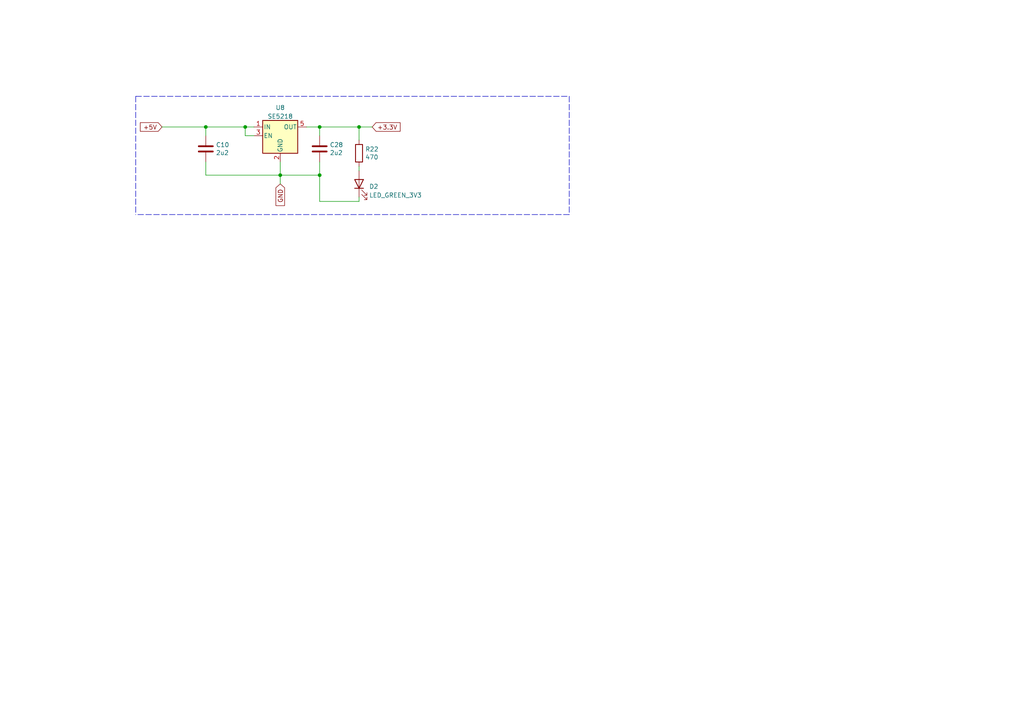
<source format=kicad_sch>
(kicad_sch (version 20211123) (generator eeschema)
  (paper "A4")
  (lib_symbols
    (symbol "Device:C" (pin_numbers hide) (pin_names (offset 0.254))
      (property "Reference" "C" (at 0.635 2.54 0))
      (property "Value" "C" (at 0.635 -2.54 0))
      (symbol "C_0_1"
        (polyline (pts (xy -2.032 -0.762) (xy 2.032 -0.762)) (stroke (width 0.508)))
        (polyline (pts (xy -2.032 0.762) (xy 2.032 0.762)) (stroke (width 0.508)))
      )
      (symbol "C_1_1"
        (pin passive line (at 0 3.81 270) (length 2.794) (name "~") (number "1"))
        (pin passive line (at 0 -3.81 90) (length 2.794) (name "~") (number "2"))
      )
    )
    (symbol "Device:LED" (pin_numbers hide) (pin_names (offset 1.016) hide)
      (property "Reference" "D" (at 0 2.54 0))
      (property "Value" "LED" (at 0 -2.54 0))
      (symbol "LED_0_1"
        (polyline (pts (xy -1.27 -1.27) (xy -1.27 1.27)) (stroke (width 0.254)))
        (polyline (pts (xy -1.27 0) (xy 1.27 0)))
        (polyline (pts (xy 1.27 -1.27) (xy 1.27 1.27) (xy -1.27 0) (xy 1.27 -1.27)) (stroke (width 0.254)))
        (polyline (pts (xy -3.048 -0.762) (xy -4.572 -2.286) (xy -3.81 -2.286) (xy -4.572 -2.286) (xy -4.572 -1.524)))
        (polyline (pts (xy -1.778 -0.762) (xy -3.302 -2.286) (xy -2.54 -2.286) (xy -3.302 -2.286) (xy -3.302 -1.524)))
      )
      (symbol "LED_1_1"
        (pin passive line (at -3.81 0 0) (length 2.54) (name "K") (number "1"))
        (pin passive line (at 3.81 0 180) (length 2.54) (name "A") (number "2"))
      )
    )
    (symbol "Device:R" (pin_numbers hide) (pin_names (offset 0))
      (property "Reference" "R" (at 2.032 0 90))
      (property "Value" "R" (at 0 0 90))
      (symbol "R_0_1"
        (rectangle (start -1.016 -2.54) (end 1.016 2.54) (stroke (width 0.254)))
      )
      (symbol "R_1_1"
        (pin passive line (at 0 3.81 270) (length 1.27) (name "~") (number "1"))
        (pin passive line (at 0 -3.81 90) (length 1.27) (name "~") (number "2"))
      )
    )
    (symbol "Regulator_Linear:TLV70012_SOT23-5" (pin_names (offset 0.254))
      (property "Reference" "U" (at -3.81 5.715 0))
      (property "Value" "TLV70012_SOT23-5" (at 0 5.715 0))
      (symbol "TLV70012_SOT23-5_0_1"
        (rectangle (start -5.08 4.445) (end 5.08 -5.08) (stroke (width 0.254)) (fill (type background)))
      )
      (symbol "TLV70012_SOT23-5_1_1"
        (pin power_in line (at -7.62 2.54 0) (length 2.54) (name "IN") (number "1"))
        (pin power_in line (at 0 -7.62 90) (length 2.54) (name "GND") (number "2"))
        (pin input line (at -7.62 0 0) (length 2.54) (name "EN") (number "3"))
        (pin no_connect line (at 5.08 0 180) (length 2.54) hide (name "NC") (number "4"))
        (pin power_out line (at 7.62 2.54 180) (length 2.54) (name "OUT") (number "5"))
      )
    )
  )
  (junction (at 92.71 36.83))
  (junction (at 81.28 50.8))
  (junction (at 92.71 50.8))
  (junction (at 104.14 36.83))
  (junction (at 71.12 36.83))
  (junction (at 59.69 36.83))
  (wire (pts (xy 104.14 57.15) (xy 104.14 58.42)))
  (wire (pts (xy 81.28 46.99) (xy 81.28 50.8)))
  (wire (pts (xy 81.28 50.8) (xy 81.28 53.34)))
  (wire (pts (xy 92.71 50.8) (xy 81.28 50.8)))
  (wire (pts (xy 104.14 58.42) (xy 92.71 58.42)))
  (polyline (pts (xy 165.1 62.23) (xy 39.37 62.23)))
  (wire (pts (xy 59.69 36.83) (xy 71.12 36.83)))
  (wire (pts (xy 92.71 50.8) (xy 92.71 58.42)))
  (wire (pts (xy 59.69 50.8) (xy 81.28 50.8)))
  (polyline (pts (xy 39.37 27.94) (xy 39.37 62.23)))
  (wire (pts (xy 59.69 46.99) (xy 59.69 50.8)))
  (polyline (pts (xy 39.37 27.94) (xy 165.1 27.94)))
  (wire (pts (xy 73.66 39.37) (xy 71.12 39.37)))
  (wire (pts (xy 104.14 36.83) (xy 107.95 36.83)))
  (wire (pts (xy 92.71 36.83) (xy 104.14 36.83)))
  (wire (pts (xy 71.12 39.37) (xy 71.12 36.83)))
  (wire (pts (xy 59.69 36.83) (xy 59.69 39.37)))
  (polyline (pts (xy 165.1 27.94) (xy 165.1 62.23)))
  (wire (pts (xy 104.14 48.26) (xy 104.14 49.53)))
  (wire (pts (xy 92.71 36.83) (xy 92.71 39.37)))
  (wire (pts (xy 104.14 36.83) (xy 104.14 40.64)))
  (wire (pts (xy 71.12 36.83) (xy 73.66 36.83)))
  (wire (pts (xy 46.99 36.83) (xy 59.69 36.83)))
  (wire (pts (xy 92.71 46.99) (xy 92.71 50.8)))
  (wire (pts (xy 88.9 36.83) (xy 92.71 36.83)))
  (global_label "GND" (shape input) (at 81.28 53.34 270) (property "Intersheet References" "${INTERSHEET_REFS}" (effects hide)))
  (global_label "+5V" (shape input) (at 46.99 36.83 180) (property "Intersheet References" "${INTERSHEET_REFS}" (effects hide)))
  (global_label "+3.3V" (shape input) (at 107.95 36.83 0) (property "Intersheet References" "${INTERSHEET_REFS}" (effects hide)))
  (symbol (lib_id "Device:LED") (at 104.14 53.34 90) (unit 1)
    (property "Reference" "D2" (at 107.061 54.0928 90) (effects (justify right)))
    (property "Value" "LED_GREEN_3V3" (at 107.061 56.6297 90) (effects (justify right)))
    (property "Footprint" "LED_SMD:LED_1206_3216Metric" (effects hide))
  )
  (symbol (lib_id "Device:C") (at 59.69 43.18 0) (unit 1)
    (property "Reference" "C10" (at 62.611 42.0116 0) (effects (justify left)))
    (property "Value" "2u2" (at 62.611 44.323 0) (effects (justify left)))
    (property "Footprint" "Capacitor_SMD:C_0805_2012Metric" (effects hide))
  )
  (symbol (lib_id "Device:R") (at 104.14 44.45 0) (unit 1)
    (property "Reference" "R22" (at 105.918 43.2816 0) (effects (justify left)))
    (property "Value" "470" (at 105.918 45.593 0) (effects (justify left)))
    (property "Footprint" "Resistor_SMD:R_0805_2012Metric" (effects hide))
  )
  (symbol (lib_id "Regulator_Linear:TLV70012_SOT23-5") (at 81.28 39.37 0) (unit 1)
    (property "Reference" "U8" (at 81.28 31.2252 0))
    (property "Value" "SE5218" (at 81.28 33.7621 0))
    (property "Footprint" "Package_TO_SOT_SMD:SOT-23-5" (effects hide))
    (property "Datasheet" "http://www.ti.com/lit/ds/symlink/tlv700.pdf" (effects hide))
  )
  (symbol (lib_id "Device:C") (at 92.71 43.18 0) (unit 1)
    (property "Reference" "C28" (at 95.631 42.0116 0) (effects (justify left)))
    (property "Value" "2u2" (at 95.631 44.323 0) (effects (justify left)))
    (property "Footprint" "Capacitor_SMD:C_0805_2012Metric" (effects hide))
  )
)
</source>
